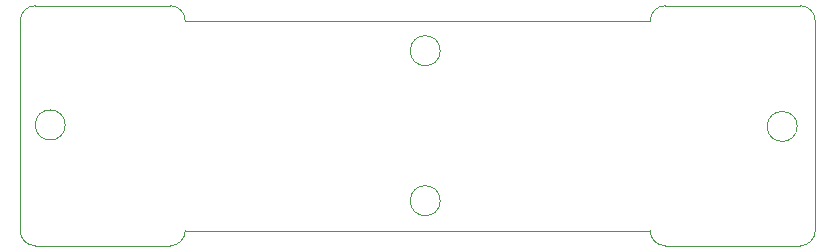
<source format=gbr>
%TF.GenerationSoftware,KiCad,Pcbnew,(5.1.12)-1*%
%TF.CreationDate,2022-10-21T23:10:11+02:00*%
%TF.ProjectId,smart-temp-allinone,736d6172-742d-4746-956d-702d616c6c69,rev?*%
%TF.SameCoordinates,Original*%
%TF.FileFunction,Profile,NP*%
%FSLAX46Y46*%
G04 Gerber Fmt 4.6, Leading zero omitted, Abs format (unit mm)*
G04 Created by KiCad (PCBNEW (5.1.12)-1) date 2022-10-21 23:10:11*
%MOMM*%
%LPD*%
G01*
G04 APERTURE LIST*
%TA.AperFunction,Profile*%
%ADD10C,0.050000*%
%TD*%
G04 APERTURE END LIST*
D10*
X77470000Y-86296500D02*
G75*
G03*
X77470000Y-86296500I-1270000J0D01*
G01*
X139446000Y-86423500D02*
G75*
G03*
X139446000Y-86423500I-1270000J0D01*
G01*
X87630000Y-95250000D02*
G75*
G02*
X86360000Y-96520000I-1270000J0D01*
G01*
X73660000Y-77470000D02*
G75*
G02*
X74930000Y-76200000I1270000J0D01*
G01*
X86360000Y-76200000D02*
G75*
G02*
X87630000Y-77470000I0J-1270000D01*
G01*
X127000000Y-77470000D02*
G75*
G02*
X128270000Y-76200000I1270000J0D01*
G01*
X139700000Y-76200000D02*
G75*
G02*
X140970000Y-77470000I0J-1270000D01*
G01*
X140970000Y-95250000D02*
G75*
G02*
X139700000Y-96520000I-1270000J0D01*
G01*
X128270000Y-96520000D02*
G75*
G02*
X127000000Y-95250000I0J1270000D01*
G01*
X74930000Y-96520000D02*
G75*
G02*
X73660000Y-95250000I0J1270000D01*
G01*
X109220000Y-92710000D02*
G75*
G03*
X109220000Y-92710000I-1270000J0D01*
G01*
X109220000Y-80010000D02*
G75*
G03*
X109220000Y-80010000I-1270000J0D01*
G01*
X139700000Y-76200000D02*
X128270000Y-76200000D01*
X128270000Y-96520000D02*
X139700000Y-96520000D01*
X87630000Y-95250000D02*
X127000000Y-95250000D01*
X74930000Y-96520000D02*
X86360000Y-96520000D01*
X74930000Y-76200000D02*
X86360000Y-76200000D01*
X73660000Y-95250000D02*
X73660000Y-77470000D01*
X140970000Y-77470000D02*
X140970000Y-95250000D01*
X87630000Y-77470000D02*
X127000000Y-77470000D01*
M02*

</source>
